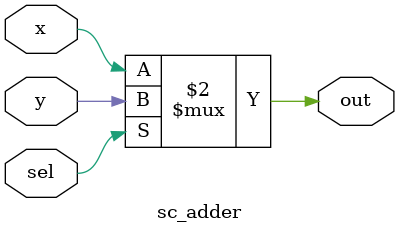
<source format=v>

module sc_adder(
   input x,
   input y,
   input sel,
   output out
);

   assign out = (sel == 0) ? x : y;

endmodule // sc_adder

</source>
